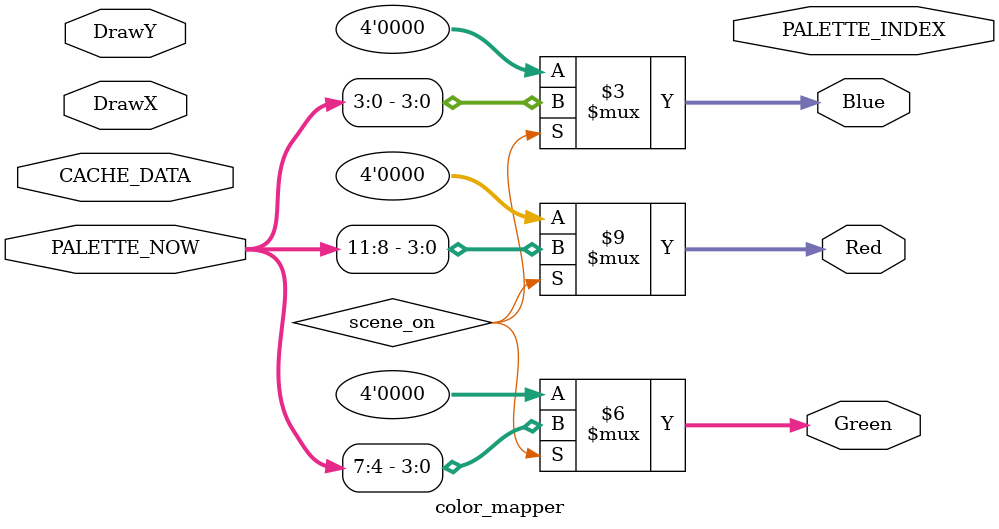
<source format=sv>
module color_mapper (
    input        [ 9:0] DrawX,
    DrawY,
    input        [15:0] CACHE_DATA,
    input        [11:0] PALETTE_NOW,
    output       [ 3:0] PALETTE_INDEX,
    output logic [ 3:0] Red,
    Green,
    Blue
);
logic scene_on;
    always_comb begin : RGB_Display
        if (scene_on) begin
            Red   = PALETTE_NOW[11:8];
            Green = PALETTE_NOW[7:4];
            Blue  = PALETTE_NOW[3:0];
        end else begin
            Red   = 0;
            Green = 0;
            Blue  = 0;
        end
    end

endmodule

</source>
